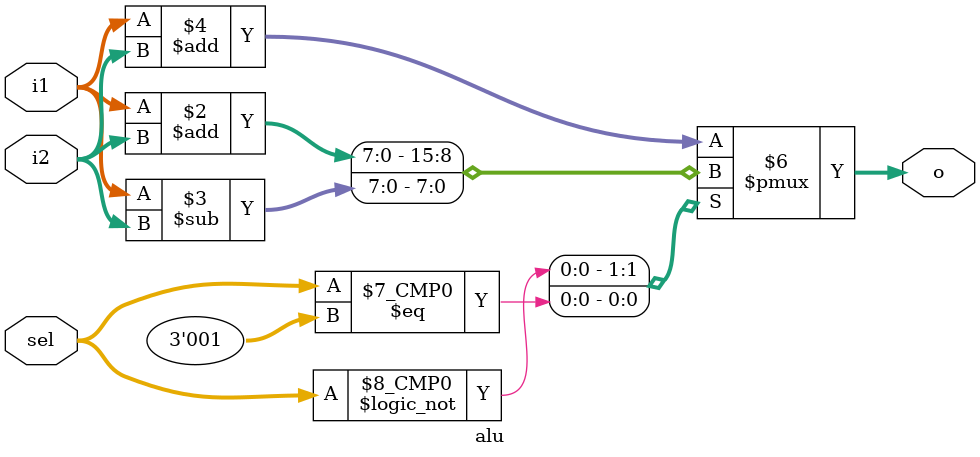
<source format=sv>
module alu #(parameter WIDTH=8) (
    input [WIDTH-1:0] i1, i2,
    input [2:0] sel,
    output logic [WIDTH-1:0] o
);
    always_comb begin
        case (sel)
          3'd0:
              o = i1 + i2;
          3'd1:
              o = i1 - i2;
          default:
              o = i1 + i2;
        endcase
    end
endmodule

</source>
